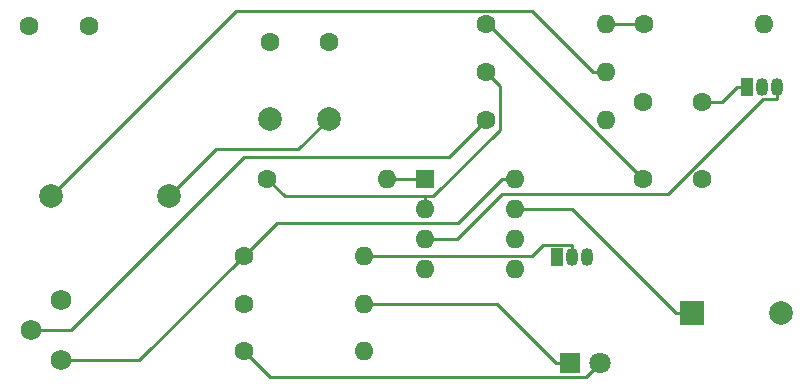
<source format=gbr>
%TF.GenerationSoftware,KiCad,Pcbnew,6.0.0-1*%
%TF.CreationDate,2021-12-27T21:36:17-07:00*%
%TF.ProjectId,gammaray2usb,67616d6d-6172-4617-9932-7573622e6b69,0.3x*%
%TF.SameCoordinates,Original*%
%TF.FileFunction,Copper,L1,Top*%
%TF.FilePolarity,Positive*%
%FSLAX46Y46*%
G04 Gerber Fmt 4.6, Leading zero omitted, Abs format (unit mm)*
G04 Created by KiCad (PCBNEW 6.0.0-1) date 2021-12-27 21:36:17*
%MOMM*%
%LPD*%
G01*
G04 APERTURE LIST*
%TA.AperFunction,ComponentPad*%
%ADD10C,1.600000*%
%TD*%
%TA.AperFunction,ComponentPad*%
%ADD11C,1.750000*%
%TD*%
%TA.AperFunction,ComponentPad*%
%ADD12C,2.000000*%
%TD*%
%TA.AperFunction,ComponentPad*%
%ADD13R,2.000000X2.000000*%
%TD*%
%TA.AperFunction,ComponentPad*%
%ADD14O,1.600000X1.600000*%
%TD*%
%TA.AperFunction,ComponentPad*%
%ADD15R,1.600000X1.600000*%
%TD*%
%TA.AperFunction,ComponentPad*%
%ADD16C,1.800000*%
%TD*%
%TA.AperFunction,ComponentPad*%
%ADD17R,1.800000X1.800000*%
%TD*%
%TA.AperFunction,ComponentPad*%
%ADD18R,1.050000X1.500000*%
%TD*%
%TA.AperFunction,ComponentPad*%
%ADD19O,1.050000X1.500000*%
%TD*%
%TA.AperFunction,Conductor*%
%ADD20C,0.250000*%
%TD*%
G04 APERTURE END LIST*
D10*
%TO.P,D1,2,A*%
%TO.N,Net-(D1-Pad2)*%
X132341137Y-76518972D03*
%TO.P,D1,1,K*%
%TO.N,Net-(C1-Pad1)*%
X127261137Y-76518972D03*
%TD*%
D11*
%TO.P,RV1,1,1*%
%TO.N,+9V*%
X129964837Y-104854172D03*
%TO.P,RV1,2,2*%
%TO.N,Net-(R7-Pad1)*%
X127424837Y-102314172D03*
%TO.P,RV1,3,3*%
%TO.N,GND*%
X129964837Y-99774172D03*
%TD*%
D12*
%TO.P,BZ1,2,+*%
%TO.N,GND*%
X190976037Y-100852672D03*
D13*
%TO.P,BZ1,1,-*%
%TO.N,Net-(BZ1-Pad1)*%
X183376037Y-100852672D03*
%TD*%
D14*
%TO.P,U1,8,V+*%
%TO.N,+9V*%
X168433437Y-89528572D03*
%TO.P,U1,4,V-*%
%TO.N,GNDREF*%
X160813437Y-97148572D03*
%TO.P,U1,7*%
%TO.N,Net-(BZ1-Pad1)*%
X168433437Y-92068572D03*
%TO.P,U1,3,+*%
%TO.N,Net-(Q1-Pad3)*%
X160813437Y-94608572D03*
%TO.P,U1,6,-*%
%TO.N,Net-(R6-Pad2)*%
X168433437Y-94608572D03*
%TO.P,U1,2,-*%
%TO.N,Net-(R5-Pad1)*%
X160813437Y-92068572D03*
%TO.P,U1,5,+*%
%TO.N,Net-(C5-Pad1)*%
X168433437Y-97148572D03*
D15*
%TO.P,U1,1*%
%TO.N,Net-(R6-Pad2)*%
X160813437Y-89528572D03*
%TD*%
D16*
%TO.P,D2,2,A*%
%TO.N,Net-(D2-Pad2)*%
X175656537Y-105070472D03*
D17*
%TO.P,D2,1,K*%
%TO.N,GND*%
X173116537Y-105070472D03*
%TD*%
D14*
%TO.P,R4,2*%
%TO.N,Net-(C2-Pad1)*%
X155613437Y-96008572D03*
D10*
%TO.P,R4,1*%
%TO.N,+9V*%
X145453437Y-96008572D03*
%TD*%
D12*
%TO.P,C2,2*%
%TO.N,GND*%
X152653437Y-84433572D03*
%TO.P,C2,1*%
%TO.N,Net-(C2-Pad1)*%
X147653437Y-84433572D03*
%TD*%
D14*
%TO.P,R8,2*%
%TO.N,Net-(BZ1-Pad1)*%
X155613437Y-104108572D03*
D10*
%TO.P,R8,1*%
%TO.N,Net-(D2-Pad2)*%
X145453437Y-104108572D03*
%TD*%
D12*
%TO.P,C4,2*%
%TO.N,GND*%
X139103437Y-90963572D03*
%TO.P,C4,1*%
%TO.N,Net-(C4-Pad1)*%
X129103437Y-90963572D03*
%TD*%
D18*
%TO.P,Q2,1,E*%
%TO.N,Net-(Q2-Pad1)*%
X172023437Y-96148572D03*
D19*
%TO.P,Q2,3,C*%
%TO.N,+9V*%
X174563437Y-96148572D03*
%TO.P,Q2,2,B*%
%TO.N,Net-(C2-Pad1)*%
X173293437Y-96148572D03*
%TD*%
D14*
%TO.P,R1,2*%
%TO.N,GND*%
X155613437Y-100058572D03*
D10*
%TO.P,R1,1*%
%TO.N,Net-(D1-Pad2)*%
X145453437Y-100058572D03*
%TD*%
D18*
%TO.P,Q1,1,S*%
%TO.N,GND*%
X188083437Y-81698572D03*
D19*
%TO.P,Q1,3,D*%
%TO.N,Net-(Q1-Pad3)*%
X190623437Y-81698572D03*
%TO.P,Q1,2,G*%
%TO.N,Net-(D1-Pad2)*%
X189353437Y-81698572D03*
%TD*%
D10*
%TO.P,C5,2*%
%TO.N,Net-(BZ1-Pad1)*%
X152653437Y-77903572D03*
%TO.P,C5,1*%
%TO.N,Net-(C5-Pad1)*%
X147653437Y-77903572D03*
%TD*%
%TO.P,C1,2*%
%TO.N,GND*%
X184281137Y-89528572D03*
%TO.P,C1,1*%
%TO.N,Net-(C1-Pad1)*%
X179281137Y-89528572D03*
%TD*%
D14*
%TO.P,R6,2*%
%TO.N,Net-(R6-Pad2)*%
X157613437Y-89478572D03*
D10*
%TO.P,R6,1*%
%TO.N,Net-(R5-Pad1)*%
X147453437Y-89478572D03*
%TD*%
D14*
%TO.P,R3,2*%
%TO.N,Net-(Q1-Pad3)*%
X189473437Y-76418572D03*
D10*
%TO.P,R3,1*%
%TO.N,Net-(Q2-Pad1)*%
X179313437Y-76418572D03*
%TD*%
D14*
%TO.P,R2,2*%
%TO.N,Net-(Q2-Pad1)*%
X176163437Y-76418572D03*
D10*
%TO.P,R2,1*%
%TO.N,Net-(C1-Pad1)*%
X166003437Y-76418572D03*
%TD*%
D14*
%TO.P,R7,2*%
%TO.N,Net-(C5-Pad1)*%
X176163437Y-84518572D03*
D10*
%TO.P,R7,1*%
%TO.N,Net-(R7-Pad1)*%
X166003437Y-84518572D03*
%TD*%
D14*
%TO.P,R5,2*%
%TO.N,Net-(C4-Pad1)*%
X176163437Y-80468572D03*
D10*
%TO.P,R5,1*%
%TO.N,Net-(R5-Pad1)*%
X166003437Y-80468572D03*
%TD*%
%TO.P,C3,2*%
%TO.N,GND*%
X184281137Y-82998572D03*
%TO.P,C3,1*%
%TO.N,+9V*%
X179281137Y-82998572D03*
%TD*%
D20*
%TO.N,Net-(R7-Pad1)*%
X130807237Y-102314172D02*
X127424837Y-102314172D01*
X145457637Y-87663772D02*
X130807237Y-102314172D01*
X162858237Y-87663772D02*
X145457637Y-87663772D01*
X166003437Y-84518572D02*
X162858237Y-87663772D01*
%TO.N,Net-(R6-Pad2)*%
X159638137Y-89478572D02*
X159688137Y-89528572D01*
X157613437Y-89478572D02*
X159638137Y-89478572D01*
X160813437Y-89528572D02*
X159688137Y-89528572D01*
%TO.N,Net-(R5-Pad1)*%
X161516737Y-90943272D02*
X160813437Y-90943272D01*
X167140637Y-85319372D02*
X161516737Y-90943272D01*
X167140637Y-81605772D02*
X167140637Y-85319372D01*
X166003437Y-80468572D02*
X167140637Y-81605772D01*
X160813437Y-92068572D02*
X160813437Y-90943272D01*
X148918137Y-90943272D02*
X160813437Y-90943272D01*
X147453437Y-89478572D02*
X148918137Y-90943272D01*
%TO.N,Net-(Q2-Pad1)*%
X176163437Y-76418572D02*
X179313437Y-76418572D01*
%TO.N,Net-(Q1-Pad3)*%
X163498037Y-94608572D02*
X160813437Y-94608572D01*
X167308037Y-90798572D02*
X163498037Y-94608572D01*
X181411437Y-90798572D02*
X167308037Y-90798572D01*
X189436137Y-82773872D02*
X181411437Y-90798572D01*
X190623437Y-82773872D02*
X189436137Y-82773872D01*
X190623437Y-81698572D02*
X190623437Y-82773872D01*
%TO.N,Net-(D2-Pad2)*%
X174431137Y-106295872D02*
X175656537Y-105070472D01*
X147640737Y-106295872D02*
X174431137Y-106295872D01*
X145453437Y-104108572D02*
X147640737Y-106295872D01*
%TO.N,Net-(C4-Pad1)*%
X169836837Y-75267272D02*
X175038137Y-80468572D01*
X144799737Y-75267272D02*
X169836837Y-75267272D01*
X129103437Y-90963572D02*
X144799737Y-75267272D01*
X176163437Y-80468572D02*
X175038137Y-80468572D01*
%TO.N,+9V*%
X168433437Y-89528572D02*
X167308137Y-89528572D01*
X136607837Y-104854172D02*
X129964837Y-104854172D01*
X145453437Y-96008572D02*
X136607837Y-104854172D01*
X148263437Y-93198572D02*
X145453437Y-96008572D01*
X148263437Y-93198472D02*
X148263437Y-93198572D01*
X163638237Y-93198472D02*
X148263437Y-93198472D01*
X167308137Y-89528572D02*
X163638237Y-93198472D01*
%TO.N,Net-(C2-Pad1)*%
X169827737Y-96008572D02*
X155613437Y-96008572D01*
X170763037Y-95073272D02*
X169827737Y-96008572D01*
X173293437Y-95073272D02*
X170763037Y-95073272D01*
X173293437Y-96148572D02*
X173293437Y-95073272D01*
%TO.N,Net-(C1-Pad1)*%
X166171137Y-76418572D02*
X166003437Y-76418572D01*
X179281137Y-89528572D02*
X166171137Y-76418572D01*
%TO.N,GND*%
X143069537Y-86997472D02*
X139103437Y-90963572D01*
X150089537Y-86997472D02*
X143069537Y-86997472D01*
X152653437Y-84433572D02*
X150089537Y-86997472D01*
X166879337Y-100058572D02*
X171891237Y-105070472D01*
X155613437Y-100058572D02*
X166879337Y-100058572D01*
X173116537Y-105070472D02*
X171891237Y-105070472D01*
X185933137Y-82998572D02*
X187233137Y-81698572D01*
X184281137Y-82998572D02*
X185933137Y-82998572D01*
X188083437Y-81698572D02*
X187233137Y-81698572D01*
%TO.N,Net-(BZ1-Pad1)*%
X173266637Y-92068572D02*
X182050737Y-100852672D01*
X168433437Y-92068572D02*
X173266637Y-92068572D01*
X183376037Y-100852672D02*
X182050737Y-100852672D01*
%TD*%
M02*

</source>
